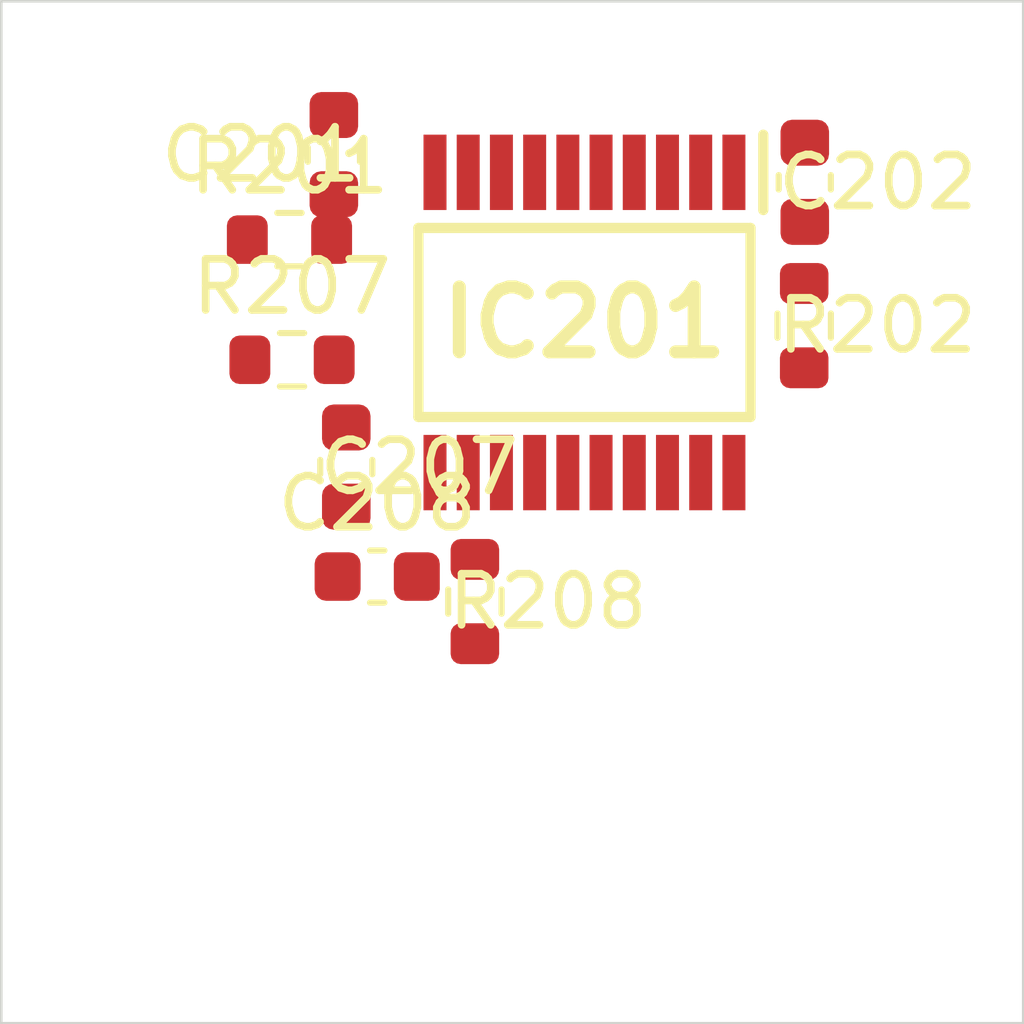
<source format=kicad_pcb>
 ( kicad_pcb  ( version 20171130 )
 ( host pcbnew 5.1.12-84ad8e8a86~92~ubuntu18.04.1 )
 ( general  ( thickness 1.6 )
 ( drawings 4 )
 ( tracks 0 )
 ( zones 0 )
 ( modules 9 )
 ( nets 19 )
)
 ( page A4 )
 ( layers  ( 0 F.Cu signal )
 ( 31 B.Cu signal )
 ( 32 B.Adhes user )
 ( 33 F.Adhes user )
 ( 34 B.Paste user )
 ( 35 F.Paste user )
 ( 36 B.SilkS user )
 ( 37 F.SilkS user )
 ( 38 B.Mask user )
 ( 39 F.Mask user )
 ( 40 Dwgs.User user )
 ( 41 Cmts.User user )
 ( 42 Eco1.User user )
 ( 43 Eco2.User user )
 ( 44 Edge.Cuts user )
 ( 45 Margin user )
 ( 46 B.CrtYd user )
 ( 47 F.CrtYd user )
 ( 48 B.Fab user )
 ( 49 F.Fab user )
)
 ( setup  ( last_trace_width 0.25 )
 ( trace_clearance 0.2 )
 ( zone_clearance 0.508 )
 ( zone_45_only no )
 ( trace_min 0.2 )
 ( via_size 0.8 )
 ( via_drill 0.4 )
 ( via_min_size 0.4 )
 ( via_min_drill 0.3 )
 ( uvia_size 0.3 )
 ( uvia_drill 0.1 )
 ( uvias_allowed no )
 ( uvia_min_size 0.2 )
 ( uvia_min_drill 0.1 )
 ( edge_width 0.05 )
 ( segment_width 0.2 )
 ( pcb_text_width 0.3 )
 ( pcb_text_size 1.5 1.5 )
 ( mod_edge_width 0.12 )
 ( mod_text_size 1 1 )
 ( mod_text_width 0.15 )
 ( pad_size 1.524 1.524 )
 ( pad_drill 0.762 )
 ( pad_to_mask_clearance 0 )
 ( aux_axis_origin 0 0 )
 ( visible_elements FFFFFF7F )
 ( pcbplotparams  ( layerselection 0x010fc_ffffffff )
 ( usegerberextensions false )
 ( usegerberattributes true )
 ( usegerberadvancedattributes true )
 ( creategerberjobfile true )
 ( excludeedgelayer true )
 ( linewidth 0.100000 )
 ( plotframeref false )
 ( viasonmask false )
 ( mode 1 )
 ( useauxorigin false )
 ( hpglpennumber 1 )
 ( hpglpenspeed 20 )
 ( hpglpendiameter 15.000000 )
 ( psnegative false )
 ( psa4output false )
 ( plotreference true )
 ( plotvalue true )
 ( plotinvisibletext false )
 ( padsonsilk false )
 ( subtractmaskfromsilk false )
 ( outputformat 1 )
 ( mirror false )
 ( drillshape 1 )
 ( scaleselection 1 )
 ( outputdirectory "" )
)
)
 ( net 0 "" )
 ( net 1 GND )
 ( net 2 /Sheet6235D886/ch0 )
 ( net 3 /Sheet6235D886/ch1 )
 ( net 4 /Sheet6235D886/ch2 )
 ( net 5 /Sheet6235D886/ch3 )
 ( net 6 /Sheet6235D886/ch4 )
 ( net 7 /Sheet6235D886/ch5 )
 ( net 8 /Sheet6235D886/ch6 )
 ( net 9 /Sheet6235D886/ch7 )
 ( net 10 VDD )
 ( net 11 VDDA )
 ( net 12 /Sheet6235D886/adc_csn )
 ( net 13 /Sheet6235D886/adc_sck )
 ( net 14 /Sheet6235D886/adc_sdi )
 ( net 15 /Sheet6235D886/adc_sdo )
 ( net 16 /Sheet6235D886/vp )
 ( net 17 /Sheet6248AD22/chn0 )
 ( net 18 /Sheet6248AD22/chn3 )
 ( net_class Default "This is the default net class."  ( clearance 0.2 )
 ( trace_width 0.25 )
 ( via_dia 0.8 )
 ( via_drill 0.4 )
 ( uvia_dia 0.3 )
 ( uvia_drill 0.1 )
 ( add_net /Sheet6235D886/adc_csn )
 ( add_net /Sheet6235D886/adc_sck )
 ( add_net /Sheet6235D886/adc_sdi )
 ( add_net /Sheet6235D886/adc_sdo )
 ( add_net /Sheet6235D886/ch0 )
 ( add_net /Sheet6235D886/ch1 )
 ( add_net /Sheet6235D886/ch2 )
 ( add_net /Sheet6235D886/ch3 )
 ( add_net /Sheet6235D886/ch4 )
 ( add_net /Sheet6235D886/ch5 )
 ( add_net /Sheet6235D886/ch6 )
 ( add_net /Sheet6235D886/ch7 )
 ( add_net /Sheet6235D886/vp )
 ( add_net /Sheet6248AD22/chn0 )
 ( add_net /Sheet6248AD22/chn3 )
 ( add_net GND )
 ( add_net VDD )
 ( add_net VDDA )
)
 ( module Capacitor_SMD:C_0603_1608Metric  ( layer F.Cu )
 ( tedit 5F68FEEE )
 ( tstamp 6234222D )
 ( at 86.509100 103.001000 90.000000 )
 ( descr "Capacitor SMD 0603 (1608 Metric), square (rectangular) end terminal, IPC_7351 nominal, (Body size source: IPC-SM-782 page 76, https://www.pcb-3d.com/wordpress/wp-content/uploads/ipc-sm-782a_amendment_1_and_2.pdf), generated with kicad-footprint-generator" )
 ( tags capacitor )
 ( path /6235D887/623691C5 )
 ( attr smd )
 ( fp_text reference C201  ( at 0 -1.43 )
 ( layer F.SilkS )
 ( effects  ( font  ( size 1 1 )
 ( thickness 0.15 )
)
)
)
 ( fp_text value 0.1uF  ( at 0 1.43 )
 ( layer F.Fab )
 ( effects  ( font  ( size 1 1 )
 ( thickness 0.15 )
)
)
)
 ( fp_line  ( start -0.8 0.4 )
 ( end -0.8 -0.4 )
 ( layer F.Fab )
 ( width 0.1 )
)
 ( fp_line  ( start -0.8 -0.4 )
 ( end 0.8 -0.4 )
 ( layer F.Fab )
 ( width 0.1 )
)
 ( fp_line  ( start 0.8 -0.4 )
 ( end 0.8 0.4 )
 ( layer F.Fab )
 ( width 0.1 )
)
 ( fp_line  ( start 0.8 0.4 )
 ( end -0.8 0.4 )
 ( layer F.Fab )
 ( width 0.1 )
)
 ( fp_line  ( start -0.14058 -0.51 )
 ( end 0.14058 -0.51 )
 ( layer F.SilkS )
 ( width 0.12 )
)
 ( fp_line  ( start -0.14058 0.51 )
 ( end 0.14058 0.51 )
 ( layer F.SilkS )
 ( width 0.12 )
)
 ( fp_line  ( start -1.48 0.73 )
 ( end -1.48 -0.73 )
 ( layer F.CrtYd )
 ( width 0.05 )
)
 ( fp_line  ( start -1.48 -0.73 )
 ( end 1.48 -0.73 )
 ( layer F.CrtYd )
 ( width 0.05 )
)
 ( fp_line  ( start 1.48 -0.73 )
 ( end 1.48 0.73 )
 ( layer F.CrtYd )
 ( width 0.05 )
)
 ( fp_line  ( start 1.48 0.73 )
 ( end -1.48 0.73 )
 ( layer F.CrtYd )
 ( width 0.05 )
)
 ( fp_text user %R  ( at 0 0 )
 ( layer F.Fab )
 ( effects  ( font  ( size 0.4 0.4 )
 ( thickness 0.06 )
)
)
)
 ( pad 2 smd roundrect  ( at 0.775 0 90.000000 )
 ( size 0.9 0.95 )
 ( layers F.Cu F.Mask F.Paste )
 ( roundrect_rratio 0.25 )
 ( net 1 GND )
)
 ( pad 1 smd roundrect  ( at -0.775 0 90.000000 )
 ( size 0.9 0.95 )
 ( layers F.Cu F.Mask F.Paste )
 ( roundrect_rratio 0.25 )
 ( net 2 /Sheet6235D886/ch0 )
)
 ( model ${KISYS3DMOD}/Capacitor_SMD.3dshapes/C_0603_1608Metric.wrl  ( at  ( xyz 0 0 0 )
)
 ( scale  ( xyz 1 1 1 )
)
 ( rotate  ( xyz 0 0 0 )
)
)
)
 ( module Capacitor_SMD:C_0603_1608Metric  ( layer F.Cu )
 ( tedit 5F68FEEE )
 ( tstamp 6234223E )
 ( at 95.725300 103.543000 270.000000 )
 ( descr "Capacitor SMD 0603 (1608 Metric), square (rectangular) end terminal, IPC_7351 nominal, (Body size source: IPC-SM-782 page 76, https://www.pcb-3d.com/wordpress/wp-content/uploads/ipc-sm-782a_amendment_1_and_2.pdf), generated with kicad-footprint-generator" )
 ( tags capacitor )
 ( path /6235D887/62369EE0 )
 ( attr smd )
 ( fp_text reference C202  ( at 0 -1.43 )
 ( layer F.SilkS )
 ( effects  ( font  ( size 1 1 )
 ( thickness 0.15 )
)
)
)
 ( fp_text value 0.1uF  ( at 0 1.43 )
 ( layer F.Fab )
 ( effects  ( font  ( size 1 1 )
 ( thickness 0.15 )
)
)
)
 ( fp_line  ( start 1.48 0.73 )
 ( end -1.48 0.73 )
 ( layer F.CrtYd )
 ( width 0.05 )
)
 ( fp_line  ( start 1.48 -0.73 )
 ( end 1.48 0.73 )
 ( layer F.CrtYd )
 ( width 0.05 )
)
 ( fp_line  ( start -1.48 -0.73 )
 ( end 1.48 -0.73 )
 ( layer F.CrtYd )
 ( width 0.05 )
)
 ( fp_line  ( start -1.48 0.73 )
 ( end -1.48 -0.73 )
 ( layer F.CrtYd )
 ( width 0.05 )
)
 ( fp_line  ( start -0.14058 0.51 )
 ( end 0.14058 0.51 )
 ( layer F.SilkS )
 ( width 0.12 )
)
 ( fp_line  ( start -0.14058 -0.51 )
 ( end 0.14058 -0.51 )
 ( layer F.SilkS )
 ( width 0.12 )
)
 ( fp_line  ( start 0.8 0.4 )
 ( end -0.8 0.4 )
 ( layer F.Fab )
 ( width 0.1 )
)
 ( fp_line  ( start 0.8 -0.4 )
 ( end 0.8 0.4 )
 ( layer F.Fab )
 ( width 0.1 )
)
 ( fp_line  ( start -0.8 -0.4 )
 ( end 0.8 -0.4 )
 ( layer F.Fab )
 ( width 0.1 )
)
 ( fp_line  ( start -0.8 0.4 )
 ( end -0.8 -0.4 )
 ( layer F.Fab )
 ( width 0.1 )
)
 ( fp_text user %R  ( at 0 0 )
 ( layer F.Fab )
 ( effects  ( font  ( size 0.4 0.4 )
 ( thickness 0.06 )
)
)
)
 ( pad 1 smd roundrect  ( at -0.775 0 270.000000 )
 ( size 0.9 0.95 )
 ( layers F.Cu F.Mask F.Paste )
 ( roundrect_rratio 0.25 )
 ( net 1 GND )
)
 ( pad 2 smd roundrect  ( at 0.775 0 270.000000 )
 ( size 0.9 0.95 )
 ( layers F.Cu F.Mask F.Paste )
 ( roundrect_rratio 0.25 )
 ( net 3 /Sheet6235D886/ch1 )
)
 ( model ${KISYS3DMOD}/Capacitor_SMD.3dshapes/C_0603_1608Metric.wrl  ( at  ( xyz 0 0 0 )
)
 ( scale  ( xyz 1 1 1 )
)
 ( rotate  ( xyz 0 0 0 )
)
)
)
 ( module Capacitor_SMD:C_0603_1608Metric  ( layer F.Cu )
 ( tedit 5F68FEEE )
 ( tstamp 62342293 )
 ( at 86.751900 109.116000 270.000000 )
 ( descr "Capacitor SMD 0603 (1608 Metric), square (rectangular) end terminal, IPC_7351 nominal, (Body size source: IPC-SM-782 page 76, https://www.pcb-3d.com/wordpress/wp-content/uploads/ipc-sm-782a_amendment_1_and_2.pdf), generated with kicad-footprint-generator" )
 ( tags capacitor )
 ( path /6235D887/6238B3FE )
 ( attr smd )
 ( fp_text reference C207  ( at 0 -1.43 )
 ( layer F.SilkS )
 ( effects  ( font  ( size 1 1 )
 ( thickness 0.15 )
)
)
)
 ( fp_text value 0.1uF  ( at 0 1.43 )
 ( layer F.Fab )
 ( effects  ( font  ( size 1 1 )
 ( thickness 0.15 )
)
)
)
 ( fp_line  ( start -0.8 0.4 )
 ( end -0.8 -0.4 )
 ( layer F.Fab )
 ( width 0.1 )
)
 ( fp_line  ( start -0.8 -0.4 )
 ( end 0.8 -0.4 )
 ( layer F.Fab )
 ( width 0.1 )
)
 ( fp_line  ( start 0.8 -0.4 )
 ( end 0.8 0.4 )
 ( layer F.Fab )
 ( width 0.1 )
)
 ( fp_line  ( start 0.8 0.4 )
 ( end -0.8 0.4 )
 ( layer F.Fab )
 ( width 0.1 )
)
 ( fp_line  ( start -0.14058 -0.51 )
 ( end 0.14058 -0.51 )
 ( layer F.SilkS )
 ( width 0.12 )
)
 ( fp_line  ( start -0.14058 0.51 )
 ( end 0.14058 0.51 )
 ( layer F.SilkS )
 ( width 0.12 )
)
 ( fp_line  ( start -1.48 0.73 )
 ( end -1.48 -0.73 )
 ( layer F.CrtYd )
 ( width 0.05 )
)
 ( fp_line  ( start -1.48 -0.73 )
 ( end 1.48 -0.73 )
 ( layer F.CrtYd )
 ( width 0.05 )
)
 ( fp_line  ( start 1.48 -0.73 )
 ( end 1.48 0.73 )
 ( layer F.CrtYd )
 ( width 0.05 )
)
 ( fp_line  ( start 1.48 0.73 )
 ( end -1.48 0.73 )
 ( layer F.CrtYd )
 ( width 0.05 )
)
 ( fp_text user %R  ( at 0 0 )
 ( layer F.Fab )
 ( effects  ( font  ( size 0.4 0.4 )
 ( thickness 0.06 )
)
)
)
 ( pad 2 smd roundrect  ( at 0.775 0 270.000000 )
 ( size 0.9 0.95 )
 ( layers F.Cu F.Mask F.Paste )
 ( roundrect_rratio 0.25 )
 ( net 1 GND )
)
 ( pad 1 smd roundrect  ( at -0.775 0 270.000000 )
 ( size 0.9 0.95 )
 ( layers F.Cu F.Mask F.Paste )
 ( roundrect_rratio 0.25 )
 ( net 8 /Sheet6235D886/ch6 )
)
 ( model ${KISYS3DMOD}/Capacitor_SMD.3dshapes/C_0603_1608Metric.wrl  ( at  ( xyz 0 0 0 )
)
 ( scale  ( xyz 1 1 1 )
)
 ( rotate  ( xyz 0 0 0 )
)
)
)
 ( module Capacitor_SMD:C_0603_1608Metric  ( layer F.Cu )
 ( tedit 5F68FEEE )
 ( tstamp 623422A4 )
 ( at 87.357300 111.259000 )
 ( descr "Capacitor SMD 0603 (1608 Metric), square (rectangular) end terminal, IPC_7351 nominal, (Body size source: IPC-SM-782 page 76, https://www.pcb-3d.com/wordpress/wp-content/uploads/ipc-sm-782a_amendment_1_and_2.pdf), generated with kicad-footprint-generator" )
 ( tags capacitor )
 ( path /6235D887/6238B404 )
 ( attr smd )
 ( fp_text reference C208  ( at 0 -1.43 )
 ( layer F.SilkS )
 ( effects  ( font  ( size 1 1 )
 ( thickness 0.15 )
)
)
)
 ( fp_text value 0.1uF  ( at 0 1.43 )
 ( layer F.Fab )
 ( effects  ( font  ( size 1 1 )
 ( thickness 0.15 )
)
)
)
 ( fp_line  ( start 1.48 0.73 )
 ( end -1.48 0.73 )
 ( layer F.CrtYd )
 ( width 0.05 )
)
 ( fp_line  ( start 1.48 -0.73 )
 ( end 1.48 0.73 )
 ( layer F.CrtYd )
 ( width 0.05 )
)
 ( fp_line  ( start -1.48 -0.73 )
 ( end 1.48 -0.73 )
 ( layer F.CrtYd )
 ( width 0.05 )
)
 ( fp_line  ( start -1.48 0.73 )
 ( end -1.48 -0.73 )
 ( layer F.CrtYd )
 ( width 0.05 )
)
 ( fp_line  ( start -0.14058 0.51 )
 ( end 0.14058 0.51 )
 ( layer F.SilkS )
 ( width 0.12 )
)
 ( fp_line  ( start -0.14058 -0.51 )
 ( end 0.14058 -0.51 )
 ( layer F.SilkS )
 ( width 0.12 )
)
 ( fp_line  ( start 0.8 0.4 )
 ( end -0.8 0.4 )
 ( layer F.Fab )
 ( width 0.1 )
)
 ( fp_line  ( start 0.8 -0.4 )
 ( end 0.8 0.4 )
 ( layer F.Fab )
 ( width 0.1 )
)
 ( fp_line  ( start -0.8 -0.4 )
 ( end 0.8 -0.4 )
 ( layer F.Fab )
 ( width 0.1 )
)
 ( fp_line  ( start -0.8 0.4 )
 ( end -0.8 -0.4 )
 ( layer F.Fab )
 ( width 0.1 )
)
 ( fp_text user %R  ( at 0 0 )
 ( layer F.Fab )
 ( effects  ( font  ( size 0.4 0.4 )
 ( thickness 0.06 )
)
)
)
 ( pad 1 smd roundrect  ( at -0.775 0 )
 ( size 0.9 0.95 )
 ( layers F.Cu F.Mask F.Paste )
 ( roundrect_rratio 0.25 )
 ( net 1 GND )
)
 ( pad 2 smd roundrect  ( at 0.775 0 )
 ( size 0.9 0.95 )
 ( layers F.Cu F.Mask F.Paste )
 ( roundrect_rratio 0.25 )
 ( net 9 /Sheet6235D886/ch7 )
)
 ( model ${KISYS3DMOD}/Capacitor_SMD.3dshapes/C_0603_1608Metric.wrl  ( at  ( xyz 0 0 0 )
)
 ( scale  ( xyz 1 1 1 )
)
 ( rotate  ( xyz 0 0 0 )
)
)
)
 ( module MCP3564R-E_ST:SOP65P640X120-20N locked  ( layer F.Cu )
 ( tedit 623351C2 )
 ( tstamp 623423D6 )
 ( at 91.413300 106.286000 270.000000 )
 ( descr "20-Lead Plastic Thin Shrink Small Outline (ST) - 4.4mm body [TSSOP]" )
 ( tags "Integrated Circuit" )
 ( path /6235D887/6235E071 )
 ( attr smd )
 ( fp_text reference IC201  ( at 0 0 )
 ( layer F.SilkS )
 ( effects  ( font  ( size 1.27 1.27 )
 ( thickness 0.254 )
)
)
)
 ( fp_text value MCP3564R-E_ST  ( at 0 0 )
 ( layer F.SilkS )
hide  ( effects  ( font  ( size 1.27 1.27 )
 ( thickness 0.254 )
)
)
)
 ( fp_line  ( start -3.925 -3.55 )
 ( end 3.925 -3.55 )
 ( layer Dwgs.User )
 ( width 0.05 )
)
 ( fp_line  ( start 3.925 -3.55 )
 ( end 3.925 3.55 )
 ( layer Dwgs.User )
 ( width 0.05 )
)
 ( fp_line  ( start 3.925 3.55 )
 ( end -3.925 3.55 )
 ( layer Dwgs.User )
 ( width 0.05 )
)
 ( fp_line  ( start -3.925 3.55 )
 ( end -3.925 -3.55 )
 ( layer Dwgs.User )
 ( width 0.05 )
)
 ( fp_line  ( start -2.2 -3.25 )
 ( end 2.2 -3.25 )
 ( layer Dwgs.User )
 ( width 0.1 )
)
 ( fp_line  ( start 2.2 -3.25 )
 ( end 2.2 3.25 )
 ( layer Dwgs.User )
 ( width 0.1 )
)
 ( fp_line  ( start 2.2 3.25 )
 ( end -2.2 3.25 )
 ( layer Dwgs.User )
 ( width 0.1 )
)
 ( fp_line  ( start -2.2 3.25 )
 ( end -2.2 -3.25 )
 ( layer Dwgs.User )
 ( width 0.1 )
)
 ( fp_line  ( start -2.2 -2.6 )
 ( end -1.55 -3.25 )
 ( layer Dwgs.User )
 ( width 0.1 )
)
 ( fp_line  ( start -1.85 -3.25 )
 ( end 1.85 -3.25 )
 ( layer F.SilkS )
 ( width 0.2 )
)
 ( fp_line  ( start 1.85 -3.25 )
 ( end 1.85 3.25 )
 ( layer F.SilkS )
 ( width 0.2 )
)
 ( fp_line  ( start 1.85 3.25 )
 ( end -1.85 3.25 )
 ( layer F.SilkS )
 ( width 0.2 )
)
 ( fp_line  ( start -1.85 3.25 )
 ( end -1.85 -3.25 )
 ( layer F.SilkS )
 ( width 0.2 )
)
 ( fp_line  ( start -3.675 -3.5 )
 ( end -2.2 -3.5 )
 ( layer F.SilkS )
 ( width 0.2 )
)
 ( pad 1 smd rect  ( at -2.938 -2.925 )
 ( size 0.45 1.475 )
 ( layers F.Cu F.Mask F.Paste )
 ( net 11 VDDA )
)
 ( pad 2 smd rect  ( at -2.938 -2.275 )
 ( size 0.45 1.475 )
 ( layers F.Cu F.Mask F.Paste )
 ( net 1 GND )
)
 ( pad 3 smd rect  ( at -2.938 -1.625 )
 ( size 0.45 1.475 )
 ( layers F.Cu F.Mask F.Paste )
 ( net 1 GND )
)
 ( pad 4 smd rect  ( at -2.938 -0.975 )
 ( size 0.45 1.475 )
 ( layers F.Cu F.Mask F.Paste )
)
 ( pad 5 smd rect  ( at -2.938 -0.325 )
 ( size 0.45 1.475 )
 ( layers F.Cu F.Mask F.Paste )
 ( net 2 /Sheet6235D886/ch0 )
)
 ( pad 6 smd rect  ( at -2.938 0.325 )
 ( size 0.45 1.475 )
 ( layers F.Cu F.Mask F.Paste )
 ( net 3 /Sheet6235D886/ch1 )
)
 ( pad 7 smd rect  ( at -2.938 0.975 )
 ( size 0.45 1.475 )
 ( layers F.Cu F.Mask F.Paste )
 ( net 4 /Sheet6235D886/ch2 )
)
 ( pad 8 smd rect  ( at -2.938 1.625 )
 ( size 0.45 1.475 )
 ( layers F.Cu F.Mask F.Paste )
 ( net 5 /Sheet6235D886/ch3 )
)
 ( pad 9 smd rect  ( at -2.938 2.275 )
 ( size 0.45 1.475 )
 ( layers F.Cu F.Mask F.Paste )
 ( net 6 /Sheet6235D886/ch4 )
)
 ( pad 10 smd rect  ( at -2.938 2.925 )
 ( size 0.45 1.475 )
 ( layers F.Cu F.Mask F.Paste )
 ( net 7 /Sheet6235D886/ch5 )
)
 ( pad 11 smd rect  ( at 2.938 2.925 )
 ( size 0.45 1.475 )
 ( layers F.Cu F.Mask F.Paste )
 ( net 8 /Sheet6235D886/ch6 )
)
 ( pad 12 smd rect  ( at 2.938 2.275 )
 ( size 0.45 1.475 )
 ( layers F.Cu F.Mask F.Paste )
 ( net 9 /Sheet6235D886/ch7 )
)
 ( pad 13 smd rect  ( at 2.938 1.625 )
 ( size 0.45 1.475 )
 ( layers F.Cu F.Mask F.Paste )
 ( net 12 /Sheet6235D886/adc_csn )
)
 ( pad 14 smd rect  ( at 2.938 0.975 )
 ( size 0.45 1.475 )
 ( layers F.Cu F.Mask F.Paste )
 ( net 13 /Sheet6235D886/adc_sck )
)
 ( pad 15 smd rect  ( at 2.938 0.325 )
 ( size 0.45 1.475 )
 ( layers F.Cu F.Mask F.Paste )
 ( net 14 /Sheet6235D886/adc_sdi )
)
 ( pad 16 smd rect  ( at 2.938 -0.325 )
 ( size 0.45 1.475 )
 ( layers F.Cu F.Mask F.Paste )
 ( net 15 /Sheet6235D886/adc_sdo )
)
 ( pad 17 smd rect  ( at 2.938 -0.975 )
 ( size 0.45 1.475 )
 ( layers F.Cu F.Mask F.Paste )
)
 ( pad 18 smd rect  ( at 2.938 -1.625 )
 ( size 0.45 1.475 )
 ( layers F.Cu F.Mask F.Paste )
)
 ( pad 19 smd rect  ( at 2.938 -2.275 )
 ( size 0.45 1.475 )
 ( layers F.Cu F.Mask F.Paste )
 ( net 1 GND )
)
 ( pad 20 smd rect  ( at 2.938 -2.925 )
 ( size 0.45 1.475 )
 ( layers F.Cu F.Mask F.Paste )
 ( net 10 VDD )
)
)
 ( module Resistor_SMD:R_0603_1608Metric  ( layer F.Cu )
 ( tedit 5F68FEEE )
 ( tstamp 6234250D )
 ( at 85.640200 104.664000 )
 ( descr "Resistor SMD 0603 (1608 Metric), square (rectangular) end terminal, IPC_7351 nominal, (Body size source: IPC-SM-782 page 72, https://www.pcb-3d.com/wordpress/wp-content/uploads/ipc-sm-782a_amendment_1_and_2.pdf), generated with kicad-footprint-generator" )
 ( tags resistor )
 ( path /6235D887/623641B7 )
 ( attr smd )
 ( fp_text reference R201  ( at 0 -1.43 )
 ( layer F.SilkS )
 ( effects  ( font  ( size 1 1 )
 ( thickness 0.15 )
)
)
)
 ( fp_text value 1k  ( at 0 1.43 )
 ( layer F.Fab )
 ( effects  ( font  ( size 1 1 )
 ( thickness 0.15 )
)
)
)
 ( fp_line  ( start -0.8 0.4125 )
 ( end -0.8 -0.4125 )
 ( layer F.Fab )
 ( width 0.1 )
)
 ( fp_line  ( start -0.8 -0.4125 )
 ( end 0.8 -0.4125 )
 ( layer F.Fab )
 ( width 0.1 )
)
 ( fp_line  ( start 0.8 -0.4125 )
 ( end 0.8 0.4125 )
 ( layer F.Fab )
 ( width 0.1 )
)
 ( fp_line  ( start 0.8 0.4125 )
 ( end -0.8 0.4125 )
 ( layer F.Fab )
 ( width 0.1 )
)
 ( fp_line  ( start -0.237258 -0.5225 )
 ( end 0.237258 -0.5225 )
 ( layer F.SilkS )
 ( width 0.12 )
)
 ( fp_line  ( start -0.237258 0.5225 )
 ( end 0.237258 0.5225 )
 ( layer F.SilkS )
 ( width 0.12 )
)
 ( fp_line  ( start -1.48 0.73 )
 ( end -1.48 -0.73 )
 ( layer F.CrtYd )
 ( width 0.05 )
)
 ( fp_line  ( start -1.48 -0.73 )
 ( end 1.48 -0.73 )
 ( layer F.CrtYd )
 ( width 0.05 )
)
 ( fp_line  ( start 1.48 -0.73 )
 ( end 1.48 0.73 )
 ( layer F.CrtYd )
 ( width 0.05 )
)
 ( fp_line  ( start 1.48 0.73 )
 ( end -1.48 0.73 )
 ( layer F.CrtYd )
 ( width 0.05 )
)
 ( fp_text user %R  ( at 0 0 )
 ( layer F.Fab )
 ( effects  ( font  ( size 0.4 0.4 )
 ( thickness 0.06 )
)
)
)
 ( pad 2 smd roundrect  ( at 0.825 0 )
 ( size 0.8 0.95 )
 ( layers F.Cu F.Mask F.Paste )
 ( roundrect_rratio 0.25 )
 ( net 16 /Sheet6235D886/vp )
)
 ( pad 1 smd roundrect  ( at -0.825 0 )
 ( size 0.8 0.95 )
 ( layers F.Cu F.Mask F.Paste )
 ( roundrect_rratio 0.25 )
 ( net 2 /Sheet6235D886/ch0 )
)
 ( model ${KISYS3DMOD}/Resistor_SMD.3dshapes/R_0603_1608Metric.wrl  ( at  ( xyz 0 0 0 )
)
 ( scale  ( xyz 1 1 1 )
)
 ( rotate  ( xyz 0 0 0 )
)
)
)
 ( module Resistor_SMD:R_0603_1608Metric  ( layer F.Cu )
 ( tedit 5F68FEEE )
 ( tstamp 6234251E )
 ( at 95.713700 106.348000 270.000000 )
 ( descr "Resistor SMD 0603 (1608 Metric), square (rectangular) end terminal, IPC_7351 nominal, (Body size source: IPC-SM-782 page 72, https://www.pcb-3d.com/wordpress/wp-content/uploads/ipc-sm-782a_amendment_1_and_2.pdf), generated with kicad-footprint-generator" )
 ( tags resistor )
 ( path /6235D887/6236A646 )
 ( attr smd )
 ( fp_text reference R202  ( at 0 -1.43 )
 ( layer F.SilkS )
 ( effects  ( font  ( size 1 1 )
 ( thickness 0.15 )
)
)
)
 ( fp_text value 1k  ( at 0 1.43 )
 ( layer F.Fab )
 ( effects  ( font  ( size 1 1 )
 ( thickness 0.15 )
)
)
)
 ( fp_line  ( start 1.48 0.73 )
 ( end -1.48 0.73 )
 ( layer F.CrtYd )
 ( width 0.05 )
)
 ( fp_line  ( start 1.48 -0.73 )
 ( end 1.48 0.73 )
 ( layer F.CrtYd )
 ( width 0.05 )
)
 ( fp_line  ( start -1.48 -0.73 )
 ( end 1.48 -0.73 )
 ( layer F.CrtYd )
 ( width 0.05 )
)
 ( fp_line  ( start -1.48 0.73 )
 ( end -1.48 -0.73 )
 ( layer F.CrtYd )
 ( width 0.05 )
)
 ( fp_line  ( start -0.237258 0.5225 )
 ( end 0.237258 0.5225 )
 ( layer F.SilkS )
 ( width 0.12 )
)
 ( fp_line  ( start -0.237258 -0.5225 )
 ( end 0.237258 -0.5225 )
 ( layer F.SilkS )
 ( width 0.12 )
)
 ( fp_line  ( start 0.8 0.4125 )
 ( end -0.8 0.4125 )
 ( layer F.Fab )
 ( width 0.1 )
)
 ( fp_line  ( start 0.8 -0.4125 )
 ( end 0.8 0.4125 )
 ( layer F.Fab )
 ( width 0.1 )
)
 ( fp_line  ( start -0.8 -0.4125 )
 ( end 0.8 -0.4125 )
 ( layer F.Fab )
 ( width 0.1 )
)
 ( fp_line  ( start -0.8 0.4125 )
 ( end -0.8 -0.4125 )
 ( layer F.Fab )
 ( width 0.1 )
)
 ( fp_text user %R  ( at 0 0 )
 ( layer F.Fab )
 ( effects  ( font  ( size 0.4 0.4 )
 ( thickness 0.06 )
)
)
)
 ( pad 1 smd roundrect  ( at -0.825 0 270.000000 )
 ( size 0.8 0.95 )
 ( layers F.Cu F.Mask F.Paste )
 ( roundrect_rratio 0.25 )
 ( net 3 /Sheet6235D886/ch1 )
)
 ( pad 2 smd roundrect  ( at 0.825 0 270.000000 )
 ( size 0.8 0.95 )
 ( layers F.Cu F.Mask F.Paste )
 ( roundrect_rratio 0.25 )
 ( net 17 /Sheet6248AD22/chn0 )
)
 ( model ${KISYS3DMOD}/Resistor_SMD.3dshapes/R_0603_1608Metric.wrl  ( at  ( xyz 0 0 0 )
)
 ( scale  ( xyz 1 1 1 )
)
 ( rotate  ( xyz 0 0 0 )
)
)
)
 ( module Resistor_SMD:R_0603_1608Metric  ( layer F.Cu )
 ( tedit 5F68FEEE )
 ( tstamp 62342573 )
 ( at 85.690300 107.016000 )
 ( descr "Resistor SMD 0603 (1608 Metric), square (rectangular) end terminal, IPC_7351 nominal, (Body size source: IPC-SM-782 page 72, https://www.pcb-3d.com/wordpress/wp-content/uploads/ipc-sm-782a_amendment_1_and_2.pdf), generated with kicad-footprint-generator" )
 ( tags resistor )
 ( path /6235D887/6238B3F8 )
 ( attr smd )
 ( fp_text reference R207  ( at 0 -1.43 )
 ( layer F.SilkS )
 ( effects  ( font  ( size 1 1 )
 ( thickness 0.15 )
)
)
)
 ( fp_text value 1k  ( at 0 1.43 )
 ( layer F.Fab )
 ( effects  ( font  ( size 1 1 )
 ( thickness 0.15 )
)
)
)
 ( fp_line  ( start -0.8 0.4125 )
 ( end -0.8 -0.4125 )
 ( layer F.Fab )
 ( width 0.1 )
)
 ( fp_line  ( start -0.8 -0.4125 )
 ( end 0.8 -0.4125 )
 ( layer F.Fab )
 ( width 0.1 )
)
 ( fp_line  ( start 0.8 -0.4125 )
 ( end 0.8 0.4125 )
 ( layer F.Fab )
 ( width 0.1 )
)
 ( fp_line  ( start 0.8 0.4125 )
 ( end -0.8 0.4125 )
 ( layer F.Fab )
 ( width 0.1 )
)
 ( fp_line  ( start -0.237258 -0.5225 )
 ( end 0.237258 -0.5225 )
 ( layer F.SilkS )
 ( width 0.12 )
)
 ( fp_line  ( start -0.237258 0.5225 )
 ( end 0.237258 0.5225 )
 ( layer F.SilkS )
 ( width 0.12 )
)
 ( fp_line  ( start -1.48 0.73 )
 ( end -1.48 -0.73 )
 ( layer F.CrtYd )
 ( width 0.05 )
)
 ( fp_line  ( start -1.48 -0.73 )
 ( end 1.48 -0.73 )
 ( layer F.CrtYd )
 ( width 0.05 )
)
 ( fp_line  ( start 1.48 -0.73 )
 ( end 1.48 0.73 )
 ( layer F.CrtYd )
 ( width 0.05 )
)
 ( fp_line  ( start 1.48 0.73 )
 ( end -1.48 0.73 )
 ( layer F.CrtYd )
 ( width 0.05 )
)
 ( fp_text user %R  ( at 0 0 )
 ( layer F.Fab )
 ( effects  ( font  ( size 0.4 0.4 )
 ( thickness 0.06 )
)
)
)
 ( pad 2 smd roundrect  ( at 0.825 0 )
 ( size 0.8 0.95 )
 ( layers F.Cu F.Mask F.Paste )
 ( roundrect_rratio 0.25 )
 ( net 16 /Sheet6235D886/vp )
)
 ( pad 1 smd roundrect  ( at -0.825 0 )
 ( size 0.8 0.95 )
 ( layers F.Cu F.Mask F.Paste )
 ( roundrect_rratio 0.25 )
 ( net 8 /Sheet6235D886/ch6 )
)
 ( model ${KISYS3DMOD}/Resistor_SMD.3dshapes/R_0603_1608Metric.wrl  ( at  ( xyz 0 0 0 )
)
 ( scale  ( xyz 1 1 1 )
)
 ( rotate  ( xyz 0 0 0 )
)
)
)
 ( module Resistor_SMD:R_0603_1608Metric  ( layer F.Cu )
 ( tedit 5F68FEEE )
 ( tstamp 62342584 )
 ( at 89.268800 111.748000 270.000000 )
 ( descr "Resistor SMD 0603 (1608 Metric), square (rectangular) end terminal, IPC_7351 nominal, (Body size source: IPC-SM-782 page 72, https://www.pcb-3d.com/wordpress/wp-content/uploads/ipc-sm-782a_amendment_1_and_2.pdf), generated with kicad-footprint-generator" )
 ( tags resistor )
 ( path /6235D887/6238B40A )
 ( attr smd )
 ( fp_text reference R208  ( at 0 -1.43 )
 ( layer F.SilkS )
 ( effects  ( font  ( size 1 1 )
 ( thickness 0.15 )
)
)
)
 ( fp_text value 1k  ( at 0 1.43 )
 ( layer F.Fab )
 ( effects  ( font  ( size 1 1 )
 ( thickness 0.15 )
)
)
)
 ( fp_line  ( start 1.48 0.73 )
 ( end -1.48 0.73 )
 ( layer F.CrtYd )
 ( width 0.05 )
)
 ( fp_line  ( start 1.48 -0.73 )
 ( end 1.48 0.73 )
 ( layer F.CrtYd )
 ( width 0.05 )
)
 ( fp_line  ( start -1.48 -0.73 )
 ( end 1.48 -0.73 )
 ( layer F.CrtYd )
 ( width 0.05 )
)
 ( fp_line  ( start -1.48 0.73 )
 ( end -1.48 -0.73 )
 ( layer F.CrtYd )
 ( width 0.05 )
)
 ( fp_line  ( start -0.237258 0.5225 )
 ( end 0.237258 0.5225 )
 ( layer F.SilkS )
 ( width 0.12 )
)
 ( fp_line  ( start -0.237258 -0.5225 )
 ( end 0.237258 -0.5225 )
 ( layer F.SilkS )
 ( width 0.12 )
)
 ( fp_line  ( start 0.8 0.4125 )
 ( end -0.8 0.4125 )
 ( layer F.Fab )
 ( width 0.1 )
)
 ( fp_line  ( start 0.8 -0.4125 )
 ( end 0.8 0.4125 )
 ( layer F.Fab )
 ( width 0.1 )
)
 ( fp_line  ( start -0.8 -0.4125 )
 ( end 0.8 -0.4125 )
 ( layer F.Fab )
 ( width 0.1 )
)
 ( fp_line  ( start -0.8 0.4125 )
 ( end -0.8 -0.4125 )
 ( layer F.Fab )
 ( width 0.1 )
)
 ( fp_text user %R  ( at 0 0 )
 ( layer F.Fab )
 ( effects  ( font  ( size 0.4 0.4 )
 ( thickness 0.06 )
)
)
)
 ( pad 1 smd roundrect  ( at -0.825 0 270.000000 )
 ( size 0.8 0.95 )
 ( layers F.Cu F.Mask F.Paste )
 ( roundrect_rratio 0.25 )
 ( net 9 /Sheet6235D886/ch7 )
)
 ( pad 2 smd roundrect  ( at 0.825 0 270.000000 )
 ( size 0.8 0.95 )
 ( layers F.Cu F.Mask F.Paste )
 ( roundrect_rratio 0.25 )
 ( net 18 /Sheet6248AD22/chn3 )
)
 ( model ${KISYS3DMOD}/Resistor_SMD.3dshapes/R_0603_1608Metric.wrl  ( at  ( xyz 0 0 0 )
)
 ( scale  ( xyz 1 1 1 )
)
 ( rotate  ( xyz 0 0 0 )
)
)
)
 ( gr_line  ( start 100 100 )
 ( end 100 120 )
 ( layer Edge.Cuts )
 ( width 0.05 )
 ( tstamp 62E770C4 )
)
 ( gr_line  ( start 80 120 )
 ( end 100 120 )
 ( layer Edge.Cuts )
 ( width 0.05 )
 ( tstamp 62E770C0 )
)
 ( gr_line  ( start 80 100 )
 ( end 100 100 )
 ( layer Edge.Cuts )
 ( width 0.05 )
 ( tstamp 6234110C )
)
 ( gr_line  ( start 80 100 )
 ( end 80 120 )
 ( layer Edge.Cuts )
 ( width 0.05 )
)
)

</source>
